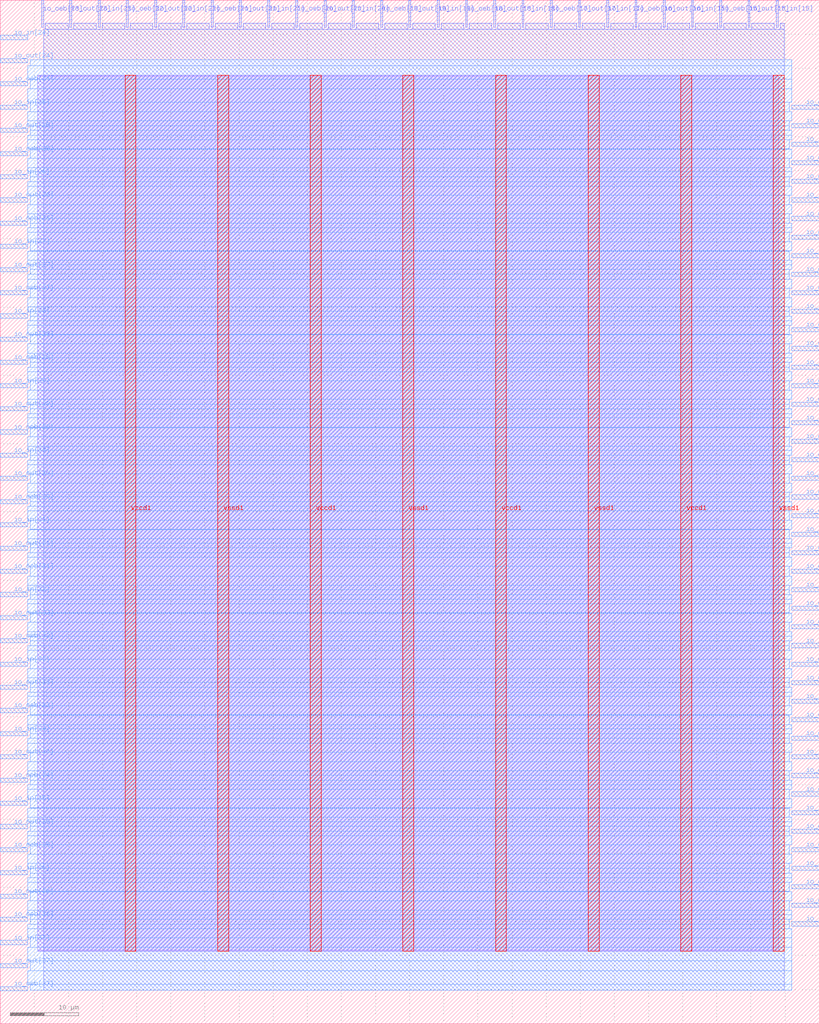
<source format=lef>
VERSION 5.7 ;
  NOWIREEXTENSIONATPIN ON ;
  DIVIDERCHAR "/" ;
  BUSBITCHARS "[]" ;
MACRO tiny_user_project
  CLASS BLOCK ;
  FOREIGN tiny_user_project ;
  ORIGIN 0.000 0.000 ;
  SIZE 120.000 BY 150.000 ;
  PIN io_in[0]
    DIRECTION INPUT ;
    USE SIGNAL ;
    PORT
      LAYER met3 ;
        RECT 116.000 14.320 120.000 14.920 ;
    END
  END io_in[0]
  PIN io_in[10]
    DIRECTION INPUT ;
    USE SIGNAL ;
    PORT
      LAYER met3 ;
        RECT 116.000 95.920 120.000 96.520 ;
    END
  END io_in[10]
  PIN io_in[11]
    DIRECTION INPUT ;
    USE SIGNAL ;
    PORT
      LAYER met3 ;
        RECT 116.000 104.080 120.000 104.680 ;
    END
  END io_in[11]
  PIN io_in[12]
    DIRECTION INPUT ;
    USE SIGNAL ;
    PORT
      LAYER met3 ;
        RECT 116.000 112.240 120.000 112.840 ;
    END
  END io_in[12]
  PIN io_in[13]
    DIRECTION INPUT ;
    USE SIGNAL ;
    PORT
      LAYER met3 ;
        RECT 116.000 120.400 120.000 121.000 ;
    END
  END io_in[13]
  PIN io_in[14]
    DIRECTION INPUT ;
    USE SIGNAL ;
    PORT
      LAYER met3 ;
        RECT 116.000 128.560 120.000 129.160 ;
    END
  END io_in[14]
  PIN io_in[15]
    DIRECTION INPUT ;
    USE SIGNAL ;
    PORT
      LAYER met2 ;
        RECT 113.710 146.000 113.990 150.000 ;
    END
  END io_in[15]
  PIN io_in[16]
    DIRECTION INPUT ;
    USE SIGNAL ;
    PORT
      LAYER met2 ;
        RECT 101.290 146.000 101.570 150.000 ;
    END
  END io_in[16]
  PIN io_in[17]
    DIRECTION INPUT ;
    USE SIGNAL ;
    PORT
      LAYER met2 ;
        RECT 88.870 146.000 89.150 150.000 ;
    END
  END io_in[17]
  PIN io_in[18]
    DIRECTION INPUT ;
    USE SIGNAL ;
    PORT
      LAYER met2 ;
        RECT 76.450 146.000 76.730 150.000 ;
    END
  END io_in[18]
  PIN io_in[19]
    DIRECTION INPUT ;
    USE SIGNAL ;
    PORT
      LAYER met2 ;
        RECT 64.030 146.000 64.310 150.000 ;
    END
  END io_in[19]
  PIN io_in[1]
    DIRECTION INPUT ;
    USE SIGNAL ;
    PORT
      LAYER met3 ;
        RECT 116.000 22.480 120.000 23.080 ;
    END
  END io_in[1]
  PIN io_in[20]
    DIRECTION INPUT ;
    USE SIGNAL ;
    PORT
      LAYER met2 ;
        RECT 51.610 146.000 51.890 150.000 ;
    END
  END io_in[20]
  PIN io_in[21]
    DIRECTION INPUT ;
    USE SIGNAL ;
    PORT
      LAYER met2 ;
        RECT 39.190 146.000 39.470 150.000 ;
    END
  END io_in[21]
  PIN io_in[22]
    DIRECTION INPUT ;
    USE SIGNAL ;
    PORT
      LAYER met2 ;
        RECT 26.770 146.000 27.050 150.000 ;
    END
  END io_in[22]
  PIN io_in[23]
    DIRECTION INPUT ;
    USE SIGNAL ;
    PORT
      LAYER met2 ;
        RECT 14.350 146.000 14.630 150.000 ;
    END
  END io_in[23]
  PIN io_in[24]
    DIRECTION INPUT ;
    USE SIGNAL ;
    PORT
      LAYER met3 ;
        RECT 0.000 144.200 4.000 144.800 ;
    END
  END io_in[24]
  PIN io_in[25]
    DIRECTION INPUT ;
    USE SIGNAL ;
    PORT
      LAYER met3 ;
        RECT 0.000 134.000 4.000 134.600 ;
    END
  END io_in[25]
  PIN io_in[26]
    DIRECTION INPUT ;
    USE SIGNAL ;
    PORT
      LAYER met3 ;
        RECT 0.000 123.800 4.000 124.400 ;
    END
  END io_in[26]
  PIN io_in[27]
    DIRECTION INPUT ;
    USE SIGNAL ;
    PORT
      LAYER met3 ;
        RECT 0.000 113.600 4.000 114.200 ;
    END
  END io_in[27]
  PIN io_in[28]
    DIRECTION INPUT ;
    USE SIGNAL ;
    PORT
      LAYER met3 ;
        RECT 0.000 103.400 4.000 104.000 ;
    END
  END io_in[28]
  PIN io_in[29]
    DIRECTION INPUT ;
    USE SIGNAL ;
    PORT
      LAYER met3 ;
        RECT 0.000 93.200 4.000 93.800 ;
    END
  END io_in[29]
  PIN io_in[2]
    DIRECTION INPUT ;
    USE SIGNAL ;
    PORT
      LAYER met3 ;
        RECT 116.000 30.640 120.000 31.240 ;
    END
  END io_in[2]
  PIN io_in[30]
    DIRECTION INPUT ;
    USE SIGNAL ;
    PORT
      LAYER met3 ;
        RECT 0.000 83.000 4.000 83.600 ;
    END
  END io_in[30]
  PIN io_in[31]
    DIRECTION INPUT ;
    USE SIGNAL ;
    PORT
      LAYER met3 ;
        RECT 0.000 72.800 4.000 73.400 ;
    END
  END io_in[31]
  PIN io_in[32]
    DIRECTION INPUT ;
    USE SIGNAL ;
    PORT
      LAYER met3 ;
        RECT 0.000 62.600 4.000 63.200 ;
    END
  END io_in[32]
  PIN io_in[33]
    DIRECTION INPUT ;
    USE SIGNAL ;
    PORT
      LAYER met3 ;
        RECT 0.000 52.400 4.000 53.000 ;
    END
  END io_in[33]
  PIN io_in[34]
    DIRECTION INPUT ;
    USE SIGNAL ;
    PORT
      LAYER met3 ;
        RECT 0.000 42.200 4.000 42.800 ;
    END
  END io_in[34]
  PIN io_in[35]
    DIRECTION INPUT ;
    USE SIGNAL ;
    PORT
      LAYER met3 ;
        RECT 0.000 32.000 4.000 32.600 ;
    END
  END io_in[35]
  PIN io_in[36]
    DIRECTION INPUT ;
    USE SIGNAL ;
    PORT
      LAYER met3 ;
        RECT 0.000 21.800 4.000 22.400 ;
    END
  END io_in[36]
  PIN io_in[37]
    DIRECTION INPUT ;
    USE SIGNAL ;
    PORT
      LAYER met3 ;
        RECT 0.000 11.600 4.000 12.200 ;
    END
  END io_in[37]
  PIN io_in[3]
    DIRECTION INPUT ;
    USE SIGNAL ;
    PORT
      LAYER met3 ;
        RECT 116.000 38.800 120.000 39.400 ;
    END
  END io_in[3]
  PIN io_in[4]
    DIRECTION INPUT ;
    USE SIGNAL ;
    PORT
      LAYER met3 ;
        RECT 116.000 46.960 120.000 47.560 ;
    END
  END io_in[4]
  PIN io_in[5]
    DIRECTION INPUT ;
    USE SIGNAL ;
    PORT
      LAYER met3 ;
        RECT 116.000 55.120 120.000 55.720 ;
    END
  END io_in[5]
  PIN io_in[6]
    DIRECTION INPUT ;
    USE SIGNAL ;
    PORT
      LAYER met3 ;
        RECT 116.000 63.280 120.000 63.880 ;
    END
  END io_in[6]
  PIN io_in[7]
    DIRECTION INPUT ;
    USE SIGNAL ;
    PORT
      LAYER met3 ;
        RECT 116.000 71.440 120.000 72.040 ;
    END
  END io_in[7]
  PIN io_in[8]
    DIRECTION INPUT ;
    USE SIGNAL ;
    PORT
      LAYER met3 ;
        RECT 116.000 79.600 120.000 80.200 ;
    END
  END io_in[8]
  PIN io_in[9]
    DIRECTION INPUT ;
    USE SIGNAL ;
    PORT
      LAYER met3 ;
        RECT 116.000 87.760 120.000 88.360 ;
    END
  END io_in[9]
  PIN io_oeb[0]
    DIRECTION OUTPUT TRISTATE ;
    USE SIGNAL ;
    PORT
      LAYER met3 ;
        RECT 116.000 19.760 120.000 20.360 ;
    END
  END io_oeb[0]
  PIN io_oeb[10]
    DIRECTION OUTPUT TRISTATE ;
    USE SIGNAL ;
    PORT
      LAYER met3 ;
        RECT 116.000 101.360 120.000 101.960 ;
    END
  END io_oeb[10]
  PIN io_oeb[11]
    DIRECTION OUTPUT TRISTATE ;
    USE SIGNAL ;
    PORT
      LAYER met3 ;
        RECT 116.000 109.520 120.000 110.120 ;
    END
  END io_oeb[11]
  PIN io_oeb[12]
    DIRECTION OUTPUT TRISTATE ;
    USE SIGNAL ;
    PORT
      LAYER met3 ;
        RECT 116.000 117.680 120.000 118.280 ;
    END
  END io_oeb[12]
  PIN io_oeb[13]
    DIRECTION OUTPUT TRISTATE ;
    USE SIGNAL ;
    PORT
      LAYER met3 ;
        RECT 116.000 125.840 120.000 126.440 ;
    END
  END io_oeb[13]
  PIN io_oeb[14]
    DIRECTION OUTPUT TRISTATE ;
    USE SIGNAL ;
    PORT
      LAYER met3 ;
        RECT 116.000 134.000 120.000 134.600 ;
    END
  END io_oeb[14]
  PIN io_oeb[15]
    DIRECTION OUTPUT TRISTATE ;
    USE SIGNAL ;
    PORT
      LAYER met2 ;
        RECT 105.430 146.000 105.710 150.000 ;
    END
  END io_oeb[15]
  PIN io_oeb[16]
    DIRECTION OUTPUT TRISTATE ;
    USE SIGNAL ;
    PORT
      LAYER met2 ;
        RECT 93.010 146.000 93.290 150.000 ;
    END
  END io_oeb[16]
  PIN io_oeb[17]
    DIRECTION OUTPUT TRISTATE ;
    USE SIGNAL ;
    PORT
      LAYER met2 ;
        RECT 80.590 146.000 80.870 150.000 ;
    END
  END io_oeb[17]
  PIN io_oeb[18]
    DIRECTION OUTPUT TRISTATE ;
    USE SIGNAL ;
    PORT
      LAYER met2 ;
        RECT 68.170 146.000 68.450 150.000 ;
    END
  END io_oeb[18]
  PIN io_oeb[19]
    DIRECTION OUTPUT TRISTATE ;
    USE SIGNAL ;
    PORT
      LAYER met2 ;
        RECT 55.750 146.000 56.030 150.000 ;
    END
  END io_oeb[19]
  PIN io_oeb[1]
    DIRECTION OUTPUT TRISTATE ;
    USE SIGNAL ;
    PORT
      LAYER met3 ;
        RECT 116.000 27.920 120.000 28.520 ;
    END
  END io_oeb[1]
  PIN io_oeb[20]
    DIRECTION OUTPUT TRISTATE ;
    USE SIGNAL ;
    PORT
      LAYER met2 ;
        RECT 43.330 146.000 43.610 150.000 ;
    END
  END io_oeb[20]
  PIN io_oeb[21]
    DIRECTION OUTPUT TRISTATE ;
    USE SIGNAL ;
    PORT
      LAYER met2 ;
        RECT 30.910 146.000 31.190 150.000 ;
    END
  END io_oeb[21]
  PIN io_oeb[22]
    DIRECTION OUTPUT TRISTATE ;
    USE SIGNAL ;
    PORT
      LAYER met2 ;
        RECT 18.490 146.000 18.770 150.000 ;
    END
  END io_oeb[22]
  PIN io_oeb[23]
    DIRECTION OUTPUT TRISTATE ;
    USE SIGNAL ;
    PORT
      LAYER met2 ;
        RECT 6.070 146.000 6.350 150.000 ;
    END
  END io_oeb[23]
  PIN io_oeb[24]
    DIRECTION OUTPUT TRISTATE ;
    USE SIGNAL ;
    PORT
      LAYER met3 ;
        RECT 0.000 137.400 4.000 138.000 ;
    END
  END io_oeb[24]
  PIN io_oeb[25]
    DIRECTION OUTPUT TRISTATE ;
    USE SIGNAL ;
    PORT
      LAYER met3 ;
        RECT 0.000 127.200 4.000 127.800 ;
    END
  END io_oeb[25]
  PIN io_oeb[26]
    DIRECTION OUTPUT TRISTATE ;
    USE SIGNAL ;
    PORT
      LAYER met3 ;
        RECT 0.000 117.000 4.000 117.600 ;
    END
  END io_oeb[26]
  PIN io_oeb[27]
    DIRECTION OUTPUT TRISTATE ;
    USE SIGNAL ;
    PORT
      LAYER met3 ;
        RECT 0.000 106.800 4.000 107.400 ;
    END
  END io_oeb[27]
  PIN io_oeb[28]
    DIRECTION OUTPUT TRISTATE ;
    USE SIGNAL ;
    PORT
      LAYER met3 ;
        RECT 0.000 96.600 4.000 97.200 ;
    END
  END io_oeb[28]
  PIN io_oeb[29]
    DIRECTION OUTPUT TRISTATE ;
    USE SIGNAL ;
    PORT
      LAYER met3 ;
        RECT 0.000 86.400 4.000 87.000 ;
    END
  END io_oeb[29]
  PIN io_oeb[2]
    DIRECTION OUTPUT TRISTATE ;
    USE SIGNAL ;
    PORT
      LAYER met3 ;
        RECT 116.000 36.080 120.000 36.680 ;
    END
  END io_oeb[2]
  PIN io_oeb[30]
    DIRECTION OUTPUT TRISTATE ;
    USE SIGNAL ;
    PORT
      LAYER met3 ;
        RECT 0.000 76.200 4.000 76.800 ;
    END
  END io_oeb[30]
  PIN io_oeb[31]
    DIRECTION OUTPUT TRISTATE ;
    USE SIGNAL ;
    PORT
      LAYER met3 ;
        RECT 0.000 66.000 4.000 66.600 ;
    END
  END io_oeb[31]
  PIN io_oeb[32]
    DIRECTION OUTPUT TRISTATE ;
    USE SIGNAL ;
    PORT
      LAYER met3 ;
        RECT 0.000 55.800 4.000 56.400 ;
    END
  END io_oeb[32]
  PIN io_oeb[33]
    DIRECTION OUTPUT TRISTATE ;
    USE SIGNAL ;
    PORT
      LAYER met3 ;
        RECT 0.000 45.600 4.000 46.200 ;
    END
  END io_oeb[33]
  PIN io_oeb[34]
    DIRECTION OUTPUT TRISTATE ;
    USE SIGNAL ;
    PORT
      LAYER met3 ;
        RECT 0.000 35.400 4.000 36.000 ;
    END
  END io_oeb[34]
  PIN io_oeb[35]
    DIRECTION OUTPUT TRISTATE ;
    USE SIGNAL ;
    PORT
      LAYER met3 ;
        RECT 0.000 25.200 4.000 25.800 ;
    END
  END io_oeb[35]
  PIN io_oeb[36]
    DIRECTION OUTPUT TRISTATE ;
    USE SIGNAL ;
    PORT
      LAYER met3 ;
        RECT 0.000 15.000 4.000 15.600 ;
    END
  END io_oeb[36]
  PIN io_oeb[37]
    DIRECTION OUTPUT TRISTATE ;
    USE SIGNAL ;
    PORT
      LAYER met3 ;
        RECT 0.000 4.800 4.000 5.400 ;
    END
  END io_oeb[37]
  PIN io_oeb[3]
    DIRECTION OUTPUT TRISTATE ;
    USE SIGNAL ;
    PORT
      LAYER met3 ;
        RECT 116.000 44.240 120.000 44.840 ;
    END
  END io_oeb[3]
  PIN io_oeb[4]
    DIRECTION OUTPUT TRISTATE ;
    USE SIGNAL ;
    PORT
      LAYER met3 ;
        RECT 116.000 52.400 120.000 53.000 ;
    END
  END io_oeb[4]
  PIN io_oeb[5]
    DIRECTION OUTPUT TRISTATE ;
    USE SIGNAL ;
    PORT
      LAYER met3 ;
        RECT 116.000 60.560 120.000 61.160 ;
    END
  END io_oeb[5]
  PIN io_oeb[6]
    DIRECTION OUTPUT TRISTATE ;
    USE SIGNAL ;
    PORT
      LAYER met3 ;
        RECT 116.000 68.720 120.000 69.320 ;
    END
  END io_oeb[6]
  PIN io_oeb[7]
    DIRECTION OUTPUT TRISTATE ;
    USE SIGNAL ;
    PORT
      LAYER met3 ;
        RECT 116.000 76.880 120.000 77.480 ;
    END
  END io_oeb[7]
  PIN io_oeb[8]
    DIRECTION OUTPUT TRISTATE ;
    USE SIGNAL ;
    PORT
      LAYER met3 ;
        RECT 116.000 85.040 120.000 85.640 ;
    END
  END io_oeb[8]
  PIN io_oeb[9]
    DIRECTION OUTPUT TRISTATE ;
    USE SIGNAL ;
    PORT
      LAYER met3 ;
        RECT 116.000 93.200 120.000 93.800 ;
    END
  END io_oeb[9]
  PIN io_out[0]
    DIRECTION OUTPUT TRISTATE ;
    USE SIGNAL ;
    PORT
      LAYER met3 ;
        RECT 116.000 17.040 120.000 17.640 ;
    END
  END io_out[0]
  PIN io_out[10]
    DIRECTION OUTPUT TRISTATE ;
    USE SIGNAL ;
    PORT
      LAYER met3 ;
        RECT 116.000 98.640 120.000 99.240 ;
    END
  END io_out[10]
  PIN io_out[11]
    DIRECTION OUTPUT TRISTATE ;
    USE SIGNAL ;
    PORT
      LAYER met3 ;
        RECT 116.000 106.800 120.000 107.400 ;
    END
  END io_out[11]
  PIN io_out[12]
    DIRECTION OUTPUT TRISTATE ;
    USE SIGNAL ;
    PORT
      LAYER met3 ;
        RECT 116.000 114.960 120.000 115.560 ;
    END
  END io_out[12]
  PIN io_out[13]
    DIRECTION OUTPUT TRISTATE ;
    USE SIGNAL ;
    PORT
      LAYER met3 ;
        RECT 116.000 123.120 120.000 123.720 ;
    END
  END io_out[13]
  PIN io_out[14]
    DIRECTION OUTPUT TRISTATE ;
    USE SIGNAL ;
    PORT
      LAYER met3 ;
        RECT 116.000 131.280 120.000 131.880 ;
    END
  END io_out[14]
  PIN io_out[15]
    DIRECTION OUTPUT TRISTATE ;
    USE SIGNAL ;
    PORT
      LAYER met2 ;
        RECT 109.570 146.000 109.850 150.000 ;
    END
  END io_out[15]
  PIN io_out[16]
    DIRECTION OUTPUT TRISTATE ;
    USE SIGNAL ;
    PORT
      LAYER met2 ;
        RECT 97.150 146.000 97.430 150.000 ;
    END
  END io_out[16]
  PIN io_out[17]
    DIRECTION OUTPUT TRISTATE ;
    USE SIGNAL ;
    PORT
      LAYER met2 ;
        RECT 84.730 146.000 85.010 150.000 ;
    END
  END io_out[17]
  PIN io_out[18]
    DIRECTION OUTPUT TRISTATE ;
    USE SIGNAL ;
    PORT
      LAYER met2 ;
        RECT 72.310 146.000 72.590 150.000 ;
    END
  END io_out[18]
  PIN io_out[19]
    DIRECTION OUTPUT TRISTATE ;
    USE SIGNAL ;
    PORT
      LAYER met2 ;
        RECT 59.890 146.000 60.170 150.000 ;
    END
  END io_out[19]
  PIN io_out[1]
    DIRECTION OUTPUT TRISTATE ;
    USE SIGNAL ;
    PORT
      LAYER met3 ;
        RECT 116.000 25.200 120.000 25.800 ;
    END
  END io_out[1]
  PIN io_out[20]
    DIRECTION OUTPUT TRISTATE ;
    USE SIGNAL ;
    PORT
      LAYER met2 ;
        RECT 47.470 146.000 47.750 150.000 ;
    END
  END io_out[20]
  PIN io_out[21]
    DIRECTION OUTPUT TRISTATE ;
    USE SIGNAL ;
    PORT
      LAYER met2 ;
        RECT 35.050 146.000 35.330 150.000 ;
    END
  END io_out[21]
  PIN io_out[22]
    DIRECTION OUTPUT TRISTATE ;
    USE SIGNAL ;
    PORT
      LAYER met2 ;
        RECT 22.630 146.000 22.910 150.000 ;
    END
  END io_out[22]
  PIN io_out[23]
    DIRECTION OUTPUT TRISTATE ;
    USE SIGNAL ;
    PORT
      LAYER met2 ;
        RECT 10.210 146.000 10.490 150.000 ;
    END
  END io_out[23]
  PIN io_out[24]
    DIRECTION OUTPUT TRISTATE ;
    USE SIGNAL ;
    PORT
      LAYER met3 ;
        RECT 0.000 140.800 4.000 141.400 ;
    END
  END io_out[24]
  PIN io_out[25]
    DIRECTION OUTPUT TRISTATE ;
    USE SIGNAL ;
    PORT
      LAYER met3 ;
        RECT 0.000 130.600 4.000 131.200 ;
    END
  END io_out[25]
  PIN io_out[26]
    DIRECTION OUTPUT TRISTATE ;
    USE SIGNAL ;
    PORT
      LAYER met3 ;
        RECT 0.000 120.400 4.000 121.000 ;
    END
  END io_out[26]
  PIN io_out[27]
    DIRECTION OUTPUT TRISTATE ;
    USE SIGNAL ;
    PORT
      LAYER met3 ;
        RECT 0.000 110.200 4.000 110.800 ;
    END
  END io_out[27]
  PIN io_out[28]
    DIRECTION OUTPUT TRISTATE ;
    USE SIGNAL ;
    PORT
      LAYER met3 ;
        RECT 0.000 100.000 4.000 100.600 ;
    END
  END io_out[28]
  PIN io_out[29]
    DIRECTION OUTPUT TRISTATE ;
    USE SIGNAL ;
    PORT
      LAYER met3 ;
        RECT 0.000 89.800 4.000 90.400 ;
    END
  END io_out[29]
  PIN io_out[2]
    DIRECTION OUTPUT TRISTATE ;
    USE SIGNAL ;
    PORT
      LAYER met3 ;
        RECT 116.000 33.360 120.000 33.960 ;
    END
  END io_out[2]
  PIN io_out[30]
    DIRECTION OUTPUT TRISTATE ;
    USE SIGNAL ;
    PORT
      LAYER met3 ;
        RECT 0.000 79.600 4.000 80.200 ;
    END
  END io_out[30]
  PIN io_out[31]
    DIRECTION OUTPUT TRISTATE ;
    USE SIGNAL ;
    PORT
      LAYER met3 ;
        RECT 0.000 69.400 4.000 70.000 ;
    END
  END io_out[31]
  PIN io_out[32]
    DIRECTION OUTPUT TRISTATE ;
    USE SIGNAL ;
    PORT
      LAYER met3 ;
        RECT 0.000 59.200 4.000 59.800 ;
    END
  END io_out[32]
  PIN io_out[33]
    DIRECTION OUTPUT TRISTATE ;
    USE SIGNAL ;
    PORT
      LAYER met3 ;
        RECT 0.000 49.000 4.000 49.600 ;
    END
  END io_out[33]
  PIN io_out[34]
    DIRECTION OUTPUT TRISTATE ;
    USE SIGNAL ;
    PORT
      LAYER met3 ;
        RECT 0.000 38.800 4.000 39.400 ;
    END
  END io_out[34]
  PIN io_out[35]
    DIRECTION OUTPUT TRISTATE ;
    USE SIGNAL ;
    PORT
      LAYER met3 ;
        RECT 0.000 28.600 4.000 29.200 ;
    END
  END io_out[35]
  PIN io_out[36]
    DIRECTION OUTPUT TRISTATE ;
    USE SIGNAL ;
    PORT
      LAYER met3 ;
        RECT 0.000 18.400 4.000 19.000 ;
    END
  END io_out[36]
  PIN io_out[37]
    DIRECTION OUTPUT TRISTATE ;
    USE SIGNAL ;
    PORT
      LAYER met3 ;
        RECT 0.000 8.200 4.000 8.800 ;
    END
  END io_out[37]
  PIN io_out[3]
    DIRECTION OUTPUT TRISTATE ;
    USE SIGNAL ;
    PORT
      LAYER met3 ;
        RECT 116.000 41.520 120.000 42.120 ;
    END
  END io_out[3]
  PIN io_out[4]
    DIRECTION OUTPUT TRISTATE ;
    USE SIGNAL ;
    PORT
      LAYER met3 ;
        RECT 116.000 49.680 120.000 50.280 ;
    END
  END io_out[4]
  PIN io_out[5]
    DIRECTION OUTPUT TRISTATE ;
    USE SIGNAL ;
    PORT
      LAYER met3 ;
        RECT 116.000 57.840 120.000 58.440 ;
    END
  END io_out[5]
  PIN io_out[6]
    DIRECTION OUTPUT TRISTATE ;
    USE SIGNAL ;
    PORT
      LAYER met3 ;
        RECT 116.000 66.000 120.000 66.600 ;
    END
  END io_out[6]
  PIN io_out[7]
    DIRECTION OUTPUT TRISTATE ;
    USE SIGNAL ;
    PORT
      LAYER met3 ;
        RECT 116.000 74.160 120.000 74.760 ;
    END
  END io_out[7]
  PIN io_out[8]
    DIRECTION OUTPUT TRISTATE ;
    USE SIGNAL ;
    PORT
      LAYER met3 ;
        RECT 116.000 82.320 120.000 82.920 ;
    END
  END io_out[8]
  PIN io_out[9]
    DIRECTION OUTPUT TRISTATE ;
    USE SIGNAL ;
    PORT
      LAYER met3 ;
        RECT 116.000 90.480 120.000 91.080 ;
    END
  END io_out[9]
  PIN vccd1
    DIRECTION INOUT ;
    USE POWER ;
    PORT
      LAYER met4 ;
        RECT 18.290 10.640 19.890 138.960 ;
    END
    PORT
      LAYER met4 ;
        RECT 45.430 10.640 47.030 138.960 ;
    END
    PORT
      LAYER met4 ;
        RECT 72.570 10.640 74.170 138.960 ;
    END
    PORT
      LAYER met4 ;
        RECT 99.710 10.640 101.310 138.960 ;
    END
  END vccd1
  PIN vssd1
    DIRECTION INOUT ;
    USE GROUND ;
    PORT
      LAYER met4 ;
        RECT 31.860 10.640 33.460 138.960 ;
    END
    PORT
      LAYER met4 ;
        RECT 59.000 10.640 60.600 138.960 ;
    END
    PORT
      LAYER met4 ;
        RECT 86.140 10.640 87.740 138.960 ;
    END
    PORT
      LAYER met4 ;
        RECT 113.280 10.640 114.880 138.960 ;
    END
  END vssd1
  OBS
      LAYER li1 ;
        RECT 5.520 10.795 114.080 138.805 ;
      LAYER met1 ;
        RECT 5.520 10.640 114.880 138.960 ;
      LAYER met2 ;
        RECT 6.630 145.720 9.930 146.610 ;
        RECT 10.770 145.720 14.070 146.610 ;
        RECT 14.910 145.720 18.210 146.610 ;
        RECT 19.050 145.720 22.350 146.610 ;
        RECT 23.190 145.720 26.490 146.610 ;
        RECT 27.330 145.720 30.630 146.610 ;
        RECT 31.470 145.720 34.770 146.610 ;
        RECT 35.610 145.720 38.910 146.610 ;
        RECT 39.750 145.720 43.050 146.610 ;
        RECT 43.890 145.720 47.190 146.610 ;
        RECT 48.030 145.720 51.330 146.610 ;
        RECT 52.170 145.720 55.470 146.610 ;
        RECT 56.310 145.720 59.610 146.610 ;
        RECT 60.450 145.720 63.750 146.610 ;
        RECT 64.590 145.720 67.890 146.610 ;
        RECT 68.730 145.720 72.030 146.610 ;
        RECT 72.870 145.720 76.170 146.610 ;
        RECT 77.010 145.720 80.310 146.610 ;
        RECT 81.150 145.720 84.450 146.610 ;
        RECT 85.290 145.720 88.590 146.610 ;
        RECT 89.430 145.720 92.730 146.610 ;
        RECT 93.570 145.720 96.870 146.610 ;
        RECT 97.710 145.720 101.010 146.610 ;
        RECT 101.850 145.720 105.150 146.610 ;
        RECT 105.990 145.720 109.290 146.610 ;
        RECT 110.130 145.720 113.430 146.610 ;
        RECT 114.270 145.720 114.850 146.610 ;
        RECT 6.350 4.915 114.850 145.720 ;
      LAYER met3 ;
        RECT 4.400 140.400 116.000 141.265 ;
        RECT 4.000 138.400 116.000 140.400 ;
        RECT 4.400 137.000 116.000 138.400 ;
        RECT 4.000 135.000 116.000 137.000 ;
        RECT 4.400 133.600 115.600 135.000 ;
        RECT 4.000 132.280 116.000 133.600 ;
        RECT 4.000 131.600 115.600 132.280 ;
        RECT 4.400 130.880 115.600 131.600 ;
        RECT 4.400 130.200 116.000 130.880 ;
        RECT 4.000 129.560 116.000 130.200 ;
        RECT 4.000 128.200 115.600 129.560 ;
        RECT 4.400 128.160 115.600 128.200 ;
        RECT 4.400 126.840 116.000 128.160 ;
        RECT 4.400 126.800 115.600 126.840 ;
        RECT 4.000 125.440 115.600 126.800 ;
        RECT 4.000 124.800 116.000 125.440 ;
        RECT 4.400 124.120 116.000 124.800 ;
        RECT 4.400 123.400 115.600 124.120 ;
        RECT 4.000 122.720 115.600 123.400 ;
        RECT 4.000 121.400 116.000 122.720 ;
        RECT 4.400 120.000 115.600 121.400 ;
        RECT 4.000 118.680 116.000 120.000 ;
        RECT 4.000 118.000 115.600 118.680 ;
        RECT 4.400 117.280 115.600 118.000 ;
        RECT 4.400 116.600 116.000 117.280 ;
        RECT 4.000 115.960 116.000 116.600 ;
        RECT 4.000 114.600 115.600 115.960 ;
        RECT 4.400 114.560 115.600 114.600 ;
        RECT 4.400 113.240 116.000 114.560 ;
        RECT 4.400 113.200 115.600 113.240 ;
        RECT 4.000 111.840 115.600 113.200 ;
        RECT 4.000 111.200 116.000 111.840 ;
        RECT 4.400 110.520 116.000 111.200 ;
        RECT 4.400 109.800 115.600 110.520 ;
        RECT 4.000 109.120 115.600 109.800 ;
        RECT 4.000 107.800 116.000 109.120 ;
        RECT 4.400 106.400 115.600 107.800 ;
        RECT 4.000 105.080 116.000 106.400 ;
        RECT 4.000 104.400 115.600 105.080 ;
        RECT 4.400 103.680 115.600 104.400 ;
        RECT 4.400 103.000 116.000 103.680 ;
        RECT 4.000 102.360 116.000 103.000 ;
        RECT 4.000 101.000 115.600 102.360 ;
        RECT 4.400 100.960 115.600 101.000 ;
        RECT 4.400 99.640 116.000 100.960 ;
        RECT 4.400 99.600 115.600 99.640 ;
        RECT 4.000 98.240 115.600 99.600 ;
        RECT 4.000 97.600 116.000 98.240 ;
        RECT 4.400 96.920 116.000 97.600 ;
        RECT 4.400 96.200 115.600 96.920 ;
        RECT 4.000 95.520 115.600 96.200 ;
        RECT 4.000 94.200 116.000 95.520 ;
        RECT 4.400 92.800 115.600 94.200 ;
        RECT 4.000 91.480 116.000 92.800 ;
        RECT 4.000 90.800 115.600 91.480 ;
        RECT 4.400 90.080 115.600 90.800 ;
        RECT 4.400 89.400 116.000 90.080 ;
        RECT 4.000 88.760 116.000 89.400 ;
        RECT 4.000 87.400 115.600 88.760 ;
        RECT 4.400 87.360 115.600 87.400 ;
        RECT 4.400 86.040 116.000 87.360 ;
        RECT 4.400 86.000 115.600 86.040 ;
        RECT 4.000 84.640 115.600 86.000 ;
        RECT 4.000 84.000 116.000 84.640 ;
        RECT 4.400 83.320 116.000 84.000 ;
        RECT 4.400 82.600 115.600 83.320 ;
        RECT 4.000 81.920 115.600 82.600 ;
        RECT 4.000 80.600 116.000 81.920 ;
        RECT 4.400 79.200 115.600 80.600 ;
        RECT 4.000 77.880 116.000 79.200 ;
        RECT 4.000 77.200 115.600 77.880 ;
        RECT 4.400 76.480 115.600 77.200 ;
        RECT 4.400 75.800 116.000 76.480 ;
        RECT 4.000 75.160 116.000 75.800 ;
        RECT 4.000 73.800 115.600 75.160 ;
        RECT 4.400 73.760 115.600 73.800 ;
        RECT 4.400 72.440 116.000 73.760 ;
        RECT 4.400 72.400 115.600 72.440 ;
        RECT 4.000 71.040 115.600 72.400 ;
        RECT 4.000 70.400 116.000 71.040 ;
        RECT 4.400 69.720 116.000 70.400 ;
        RECT 4.400 69.000 115.600 69.720 ;
        RECT 4.000 68.320 115.600 69.000 ;
        RECT 4.000 67.000 116.000 68.320 ;
        RECT 4.400 65.600 115.600 67.000 ;
        RECT 4.000 64.280 116.000 65.600 ;
        RECT 4.000 63.600 115.600 64.280 ;
        RECT 4.400 62.880 115.600 63.600 ;
        RECT 4.400 62.200 116.000 62.880 ;
        RECT 4.000 61.560 116.000 62.200 ;
        RECT 4.000 60.200 115.600 61.560 ;
        RECT 4.400 60.160 115.600 60.200 ;
        RECT 4.400 58.840 116.000 60.160 ;
        RECT 4.400 58.800 115.600 58.840 ;
        RECT 4.000 57.440 115.600 58.800 ;
        RECT 4.000 56.800 116.000 57.440 ;
        RECT 4.400 56.120 116.000 56.800 ;
        RECT 4.400 55.400 115.600 56.120 ;
        RECT 4.000 54.720 115.600 55.400 ;
        RECT 4.000 53.400 116.000 54.720 ;
        RECT 4.400 52.000 115.600 53.400 ;
        RECT 4.000 50.680 116.000 52.000 ;
        RECT 4.000 50.000 115.600 50.680 ;
        RECT 4.400 49.280 115.600 50.000 ;
        RECT 4.400 48.600 116.000 49.280 ;
        RECT 4.000 47.960 116.000 48.600 ;
        RECT 4.000 46.600 115.600 47.960 ;
        RECT 4.400 46.560 115.600 46.600 ;
        RECT 4.400 45.240 116.000 46.560 ;
        RECT 4.400 45.200 115.600 45.240 ;
        RECT 4.000 43.840 115.600 45.200 ;
        RECT 4.000 43.200 116.000 43.840 ;
        RECT 4.400 42.520 116.000 43.200 ;
        RECT 4.400 41.800 115.600 42.520 ;
        RECT 4.000 41.120 115.600 41.800 ;
        RECT 4.000 39.800 116.000 41.120 ;
        RECT 4.400 38.400 115.600 39.800 ;
        RECT 4.000 37.080 116.000 38.400 ;
        RECT 4.000 36.400 115.600 37.080 ;
        RECT 4.400 35.680 115.600 36.400 ;
        RECT 4.400 35.000 116.000 35.680 ;
        RECT 4.000 34.360 116.000 35.000 ;
        RECT 4.000 33.000 115.600 34.360 ;
        RECT 4.400 32.960 115.600 33.000 ;
        RECT 4.400 31.640 116.000 32.960 ;
        RECT 4.400 31.600 115.600 31.640 ;
        RECT 4.000 30.240 115.600 31.600 ;
        RECT 4.000 29.600 116.000 30.240 ;
        RECT 4.400 28.920 116.000 29.600 ;
        RECT 4.400 28.200 115.600 28.920 ;
        RECT 4.000 27.520 115.600 28.200 ;
        RECT 4.000 26.200 116.000 27.520 ;
        RECT 4.400 24.800 115.600 26.200 ;
        RECT 4.000 23.480 116.000 24.800 ;
        RECT 4.000 22.800 115.600 23.480 ;
        RECT 4.400 22.080 115.600 22.800 ;
        RECT 4.400 21.400 116.000 22.080 ;
        RECT 4.000 20.760 116.000 21.400 ;
        RECT 4.000 19.400 115.600 20.760 ;
        RECT 4.400 19.360 115.600 19.400 ;
        RECT 4.400 18.040 116.000 19.360 ;
        RECT 4.400 18.000 115.600 18.040 ;
        RECT 4.000 16.640 115.600 18.000 ;
        RECT 4.000 16.000 116.000 16.640 ;
        RECT 4.400 15.320 116.000 16.000 ;
        RECT 4.400 14.600 115.600 15.320 ;
        RECT 4.000 13.920 115.600 14.600 ;
        RECT 4.000 12.600 116.000 13.920 ;
        RECT 4.400 11.200 116.000 12.600 ;
        RECT 4.000 9.200 116.000 11.200 ;
        RECT 4.400 7.800 116.000 9.200 ;
        RECT 4.000 5.800 116.000 7.800 ;
        RECT 4.400 4.935 116.000 5.800 ;
  END
END tiny_user_project
END LIBRARY


</source>
